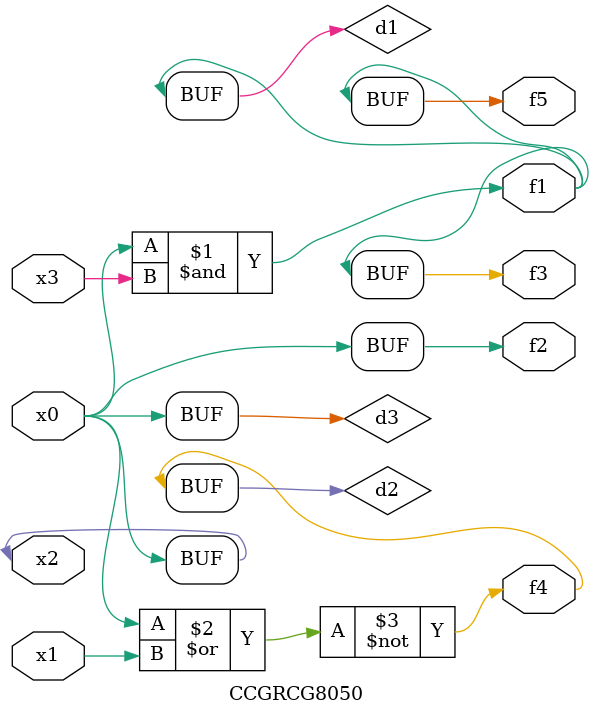
<source format=v>
module CCGRCG8050(
	input x0, x1, x2, x3,
	output f1, f2, f3, f4, f5
);

	wire d1, d2, d3;

	and (d1, x2, x3);
	nor (d2, x0, x1);
	buf (d3, x0, x2);
	assign f1 = d1;
	assign f2 = d3;
	assign f3 = d1;
	assign f4 = d2;
	assign f5 = d1;
endmodule

</source>
